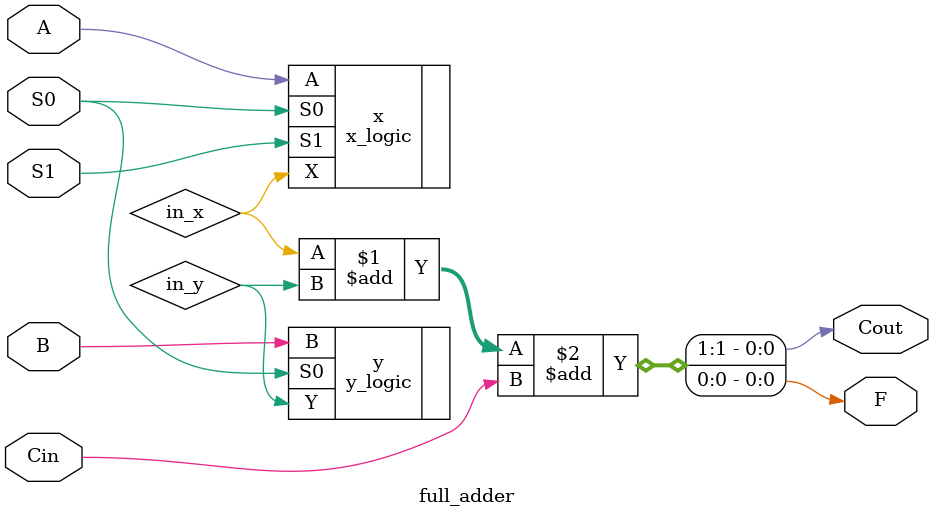
<source format=v>
module full_adder(A, B, S1, S0, Cin, F, Cout);

	input A, B, Cin, S1, S0;
	output F, Cout;
	
	wire in_x;
	wire in_y;
	
	x_logic x(.A(A), .S1(S1), .S0(S0), .X(in_x));
	y_logic y(.S0(S0), .B(B), .Y(in_y));
	
	assign {Cout, F} = in_x + in_y + Cin;

endmodule
</source>
